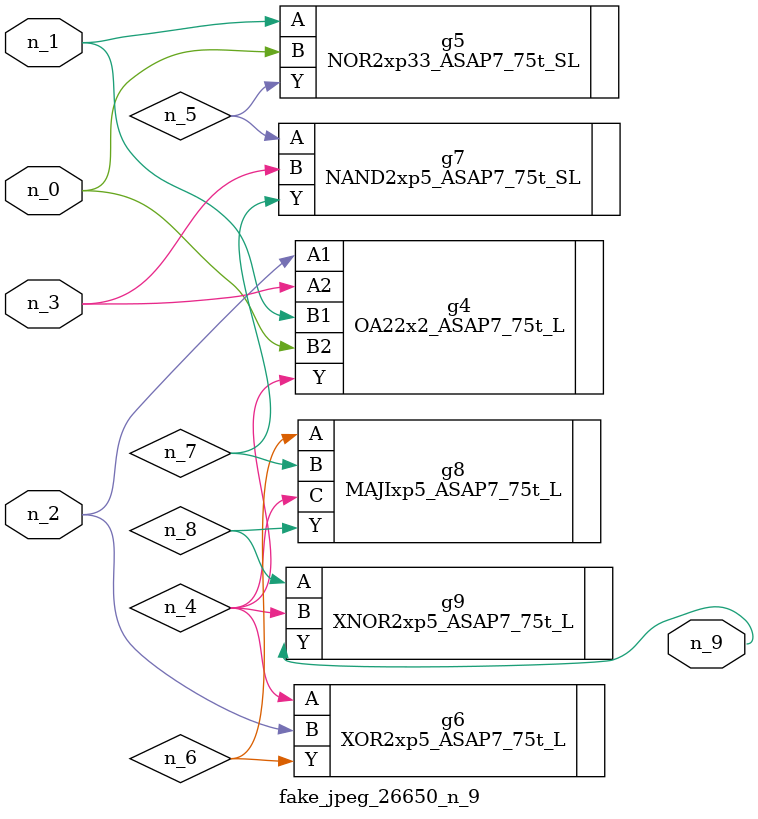
<source format=v>
module fake_jpeg_26650_n_9 (n_0, n_3, n_2, n_1, n_9);

input n_0;
input n_3;
input n_2;
input n_1;

output n_9;

wire n_4;
wire n_8;
wire n_6;
wire n_5;
wire n_7;

OA22x2_ASAP7_75t_L g4 ( 
.A1(n_2),
.A2(n_3),
.B1(n_1),
.B2(n_0),
.Y(n_4)
);

NOR2xp33_ASAP7_75t_SL g5 ( 
.A(n_1),
.B(n_0),
.Y(n_5)
);

XOR2xp5_ASAP7_75t_L g6 ( 
.A(n_4),
.B(n_2),
.Y(n_6)
);

MAJIxp5_ASAP7_75t_L g8 ( 
.A(n_6),
.B(n_7),
.C(n_4),
.Y(n_8)
);

NAND2xp5_ASAP7_75t_SL g7 ( 
.A(n_5),
.B(n_3),
.Y(n_7)
);

XNOR2xp5_ASAP7_75t_L g9 ( 
.A(n_8),
.B(n_4),
.Y(n_9)
);


endmodule
</source>
